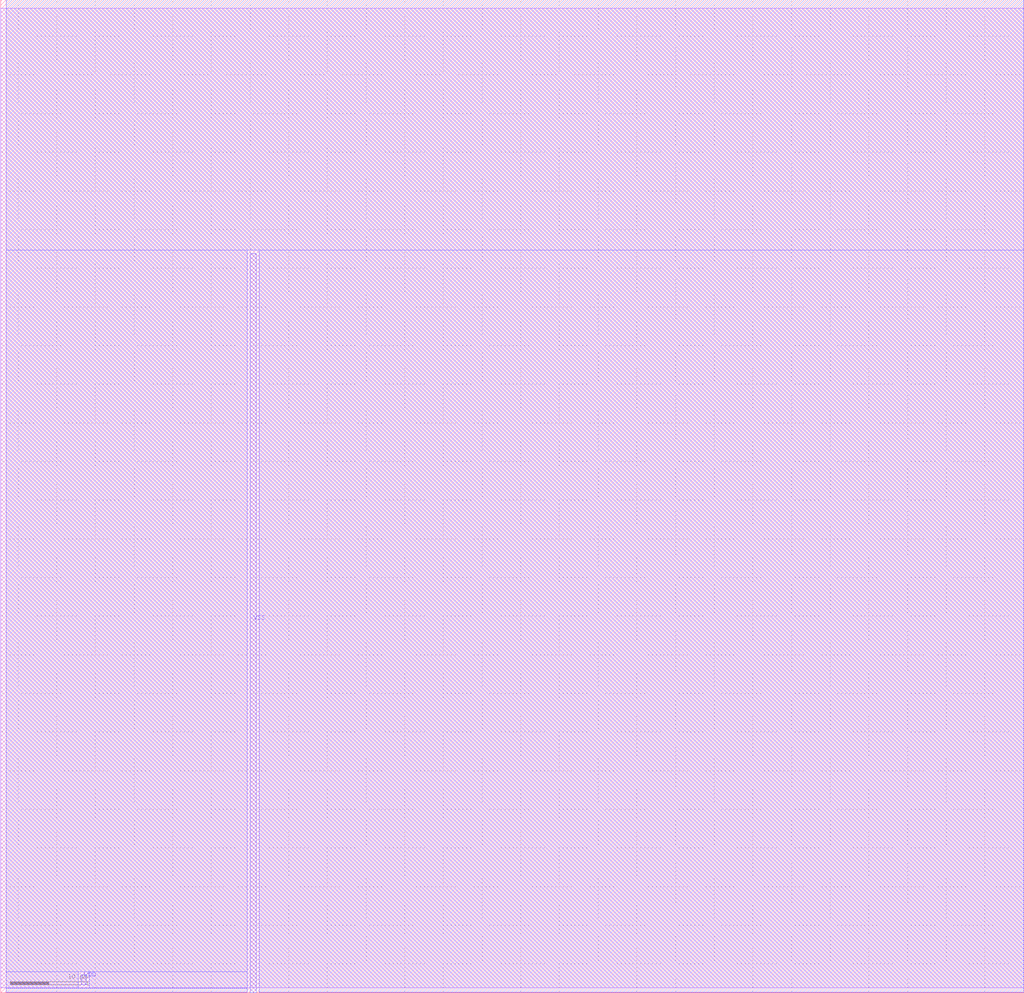
<source format=lef>
VERSION 5.7 ;
  NOWIREEXTENSIONATPIN ON ;
  DIVIDERCHAR "/" ;
  BUSBITCHARS "[]" ;
MACRO decap
  CLASS BLOCK ;
  FOREIGN decap ;
  ORIGIN -122.730 38.705 ;
  SIZE 132.330 BY 128.450 ;
  PIN VSS
    PORT
      LAYER met4 ;
        RECT 155.010 -38.705 155.780 56.915 ;
    END
  END VSS
  PIN VDD
    PORT
      LAYER met4 ;
        RECT 133.170 -37.710 133.790 -36.400 ;
    END
  END VDD
  OBS
      LAYER met3 ;
        RECT 122.730 -38.090 255.060 88.600 ;
      LAYER met4 ;
        RECT 123.495 57.315 254.995 89.745 ;
        RECT 123.495 -36.000 154.610 57.315 ;
        RECT 123.495 -38.110 132.770 -36.000 ;
        RECT 134.190 -38.110 154.610 -36.000 ;
        RECT 123.495 -38.675 154.610 -38.110 ;
        RECT 156.180 -38.675 254.995 57.315 ;
  END
END decap
END LIBRARY


</source>
